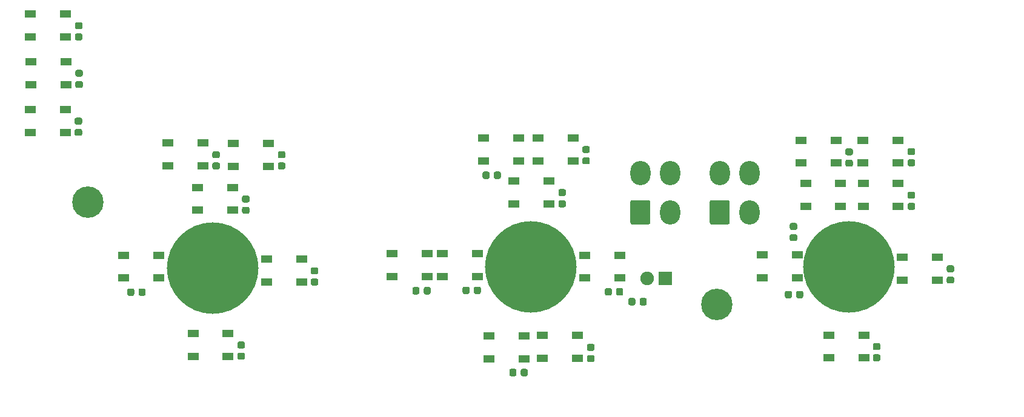
<source format=gbr>
G04 #@! TF.GenerationSoftware,KiCad,Pcbnew,(5.1.6)-1*
G04 #@! TF.CreationDate,2021-02-10T20:40:58+11:00*
G04 #@! TF.ProjectId,ELEC Panel Panel PCB V2,454c4543-2050-4616-9e65-6c2050616e65,rev?*
G04 #@! TF.SameCoordinates,Original*
G04 #@! TF.FileFunction,Soldermask,Top*
G04 #@! TF.FilePolarity,Negative*
%FSLAX46Y46*%
G04 Gerber Fmt 4.6, Leading zero omitted, Abs format (unit mm)*
G04 Created by KiCad (PCBNEW (5.1.6)-1) date 2021-02-10 20:40:58*
%MOMM*%
%LPD*%
G01*
G04 APERTURE LIST*
%ADD10C,4.400000*%
%ADD11C,12.800000*%
%ADD12O,2.800000X3.400000*%
%ADD13R,1.600000X1.100000*%
%ADD14C,1.900000*%
%ADD15R,1.900000X1.900000*%
G04 APERTURE END LIST*
D10*
G04 #@! TO.C,5*
X40411400Y-125780800D03*
G04 #@! TD*
G04 #@! TO.C,4*
X128295400Y-140068300D03*
G04 #@! TD*
D11*
G04 #@! TO.C,1*
X57810400Y-134979916D03*
X57810400Y-134979916D03*
G04 #@! TD*
G04 #@! TO.C,2*
X102260400Y-134797800D03*
X102260400Y-134797800D03*
G04 #@! TD*
G04 #@! TO.C,3*
X146710400Y-134797800D03*
X146710400Y-134797800D03*
G04 #@! TD*
G04 #@! TO.C,C25*
G36*
G01*
X139261250Y-129640000D02*
X138698750Y-129640000D01*
G75*
G02*
X138455000Y-129396250I0J243750D01*
G01*
X138455000Y-128908750D01*
G75*
G02*
X138698750Y-128665000I243750J0D01*
G01*
X139261250Y-128665000D01*
G75*
G02*
X139505000Y-128908750I0J-243750D01*
G01*
X139505000Y-129396250D01*
G75*
G02*
X139261250Y-129640000I-243750J0D01*
G01*
G37*
G36*
G01*
X139261250Y-131215000D02*
X138698750Y-131215000D01*
G75*
G02*
X138455000Y-130971250I0J243750D01*
G01*
X138455000Y-130483750D01*
G75*
G02*
X138698750Y-130240000I243750J0D01*
G01*
X139261250Y-130240000D01*
G75*
G02*
X139505000Y-130483750I0J-243750D01*
G01*
X139505000Y-130971250D01*
G75*
G02*
X139261250Y-131215000I-243750J0D01*
G01*
G37*
G04 #@! TD*
G04 #@! TO.C,C24*
G36*
G01*
X138757500Y-138418750D02*
X138757500Y-138981250D01*
G75*
G02*
X138513750Y-139225000I-243750J0D01*
G01*
X138026250Y-139225000D01*
G75*
G02*
X137782500Y-138981250I0J243750D01*
G01*
X137782500Y-138418750D01*
G75*
G02*
X138026250Y-138175000I243750J0D01*
G01*
X138513750Y-138175000D01*
G75*
G02*
X138757500Y-138418750I0J-243750D01*
G01*
G37*
G36*
G01*
X140332500Y-138418750D02*
X140332500Y-138981250D01*
G75*
G02*
X140088750Y-139225000I-243750J0D01*
G01*
X139601250Y-139225000D01*
G75*
G02*
X139357500Y-138981250I0J243750D01*
G01*
X139357500Y-138418750D01*
G75*
G02*
X139601250Y-138175000I243750J0D01*
G01*
X140088750Y-138175000D01*
G75*
G02*
X140332500Y-138418750I0J-243750D01*
G01*
G37*
G04 #@! TD*
G04 #@! TO.C,C23*
G36*
G01*
X150318750Y-147052000D02*
X150881250Y-147052000D01*
G75*
G02*
X151125000Y-147295750I0J-243750D01*
G01*
X151125000Y-147783250D01*
G75*
G02*
X150881250Y-148027000I-243750J0D01*
G01*
X150318750Y-148027000D01*
G75*
G02*
X150075000Y-147783250I0J243750D01*
G01*
X150075000Y-147295750D01*
G75*
G02*
X150318750Y-147052000I243750J0D01*
G01*
G37*
G36*
G01*
X150318750Y-145477000D02*
X150881250Y-145477000D01*
G75*
G02*
X151125000Y-145720750I0J-243750D01*
G01*
X151125000Y-146208250D01*
G75*
G02*
X150881250Y-146452000I-243750J0D01*
G01*
X150318750Y-146452000D01*
G75*
G02*
X150075000Y-146208250I0J243750D01*
G01*
X150075000Y-145720750D01*
G75*
G02*
X150318750Y-145477000I243750J0D01*
G01*
G37*
G04 #@! TD*
G04 #@! TO.C,C22*
G36*
G01*
X160628750Y-136170000D02*
X161191250Y-136170000D01*
G75*
G02*
X161435000Y-136413750I0J-243750D01*
G01*
X161435000Y-136901250D01*
G75*
G02*
X161191250Y-137145000I-243750J0D01*
G01*
X160628750Y-137145000D01*
G75*
G02*
X160385000Y-136901250I0J243750D01*
G01*
X160385000Y-136413750D01*
G75*
G02*
X160628750Y-136170000I243750J0D01*
G01*
G37*
G36*
G01*
X160628750Y-134595000D02*
X161191250Y-134595000D01*
G75*
G02*
X161435000Y-134838750I0J-243750D01*
G01*
X161435000Y-135326250D01*
G75*
G02*
X161191250Y-135570000I-243750J0D01*
G01*
X160628750Y-135570000D01*
G75*
G02*
X160385000Y-135326250I0J243750D01*
G01*
X160385000Y-134838750D01*
G75*
G02*
X160628750Y-134595000I243750J0D01*
G01*
G37*
G04 #@! TD*
G04 #@! TO.C,C21*
G36*
G01*
X155168750Y-125862000D02*
X155731250Y-125862000D01*
G75*
G02*
X155975000Y-126105750I0J-243750D01*
G01*
X155975000Y-126593250D01*
G75*
G02*
X155731250Y-126837000I-243750J0D01*
G01*
X155168750Y-126837000D01*
G75*
G02*
X154925000Y-126593250I0J243750D01*
G01*
X154925000Y-126105750D01*
G75*
G02*
X155168750Y-125862000I243750J0D01*
G01*
G37*
G36*
G01*
X155168750Y-124287000D02*
X155731250Y-124287000D01*
G75*
G02*
X155975000Y-124530750I0J-243750D01*
G01*
X155975000Y-125018250D01*
G75*
G02*
X155731250Y-125262000I-243750J0D01*
G01*
X155168750Y-125262000D01*
G75*
G02*
X154925000Y-125018250I0J243750D01*
G01*
X154925000Y-124530750D01*
G75*
G02*
X155168750Y-124287000I243750J0D01*
G01*
G37*
G04 #@! TD*
G04 #@! TO.C,C20*
G36*
G01*
X155168750Y-119762000D02*
X155731250Y-119762000D01*
G75*
G02*
X155975000Y-120005750I0J-243750D01*
G01*
X155975000Y-120493250D01*
G75*
G02*
X155731250Y-120737000I-243750J0D01*
G01*
X155168750Y-120737000D01*
G75*
G02*
X154925000Y-120493250I0J243750D01*
G01*
X154925000Y-120005750D01*
G75*
G02*
X155168750Y-119762000I243750J0D01*
G01*
G37*
G36*
G01*
X155168750Y-118187000D02*
X155731250Y-118187000D01*
G75*
G02*
X155975000Y-118430750I0J-243750D01*
G01*
X155975000Y-118918250D01*
G75*
G02*
X155731250Y-119162000I-243750J0D01*
G01*
X155168750Y-119162000D01*
G75*
G02*
X154925000Y-118918250I0J243750D01*
G01*
X154925000Y-118430750D01*
G75*
G02*
X155168750Y-118187000I243750J0D01*
G01*
G37*
G04 #@! TD*
G04 #@! TO.C,R1*
G36*
G01*
X116890000Y-139398750D02*
X116890000Y-139961250D01*
G75*
G02*
X116646250Y-140205000I-243750J0D01*
G01*
X116158750Y-140205000D01*
G75*
G02*
X115915000Y-139961250I0J243750D01*
G01*
X115915000Y-139398750D01*
G75*
G02*
X116158750Y-139155000I243750J0D01*
G01*
X116646250Y-139155000D01*
G75*
G02*
X116890000Y-139398750I0J-243750D01*
G01*
G37*
G36*
G01*
X118465000Y-139398750D02*
X118465000Y-139961250D01*
G75*
G02*
X118221250Y-140205000I-243750J0D01*
G01*
X117733750Y-140205000D01*
G75*
G02*
X117490000Y-139961250I0J243750D01*
G01*
X117490000Y-139398750D01*
G75*
G02*
X117733750Y-139155000I243750J0D01*
G01*
X118221250Y-139155000D01*
G75*
G02*
X118465000Y-139398750I0J-243750D01*
G01*
G37*
G04 #@! TD*
D12*
G04 #@! TO.C,J2*
X132870000Y-121680000D03*
X128670000Y-121680000D03*
X132870000Y-127180000D03*
G36*
G01*
X127270000Y-128620740D02*
X127270000Y-125739260D01*
G75*
G02*
X127529260Y-125480000I259260J0D01*
G01*
X129810740Y-125480000D01*
G75*
G02*
X130070000Y-125739260I0J-259260D01*
G01*
X130070000Y-128620740D01*
G75*
G02*
X129810740Y-128880000I-259260J0D01*
G01*
X127529260Y-128880000D01*
G75*
G02*
X127270000Y-128620740I0J259260D01*
G01*
G37*
G04 #@! TD*
G04 #@! TO.C,J1*
X121780000Y-121680000D03*
X117580000Y-121680000D03*
X121780000Y-127180000D03*
G36*
G01*
X116180000Y-128620740D02*
X116180000Y-125739260D01*
G75*
G02*
X116439260Y-125480000I259260J0D01*
G01*
X118720740Y-125480000D01*
G75*
G02*
X118980000Y-125739260I0J-259260D01*
G01*
X118980000Y-128620740D01*
G75*
G02*
X118720740Y-128880000I-259260J0D01*
G01*
X116439260Y-128880000D01*
G75*
G02*
X116180000Y-128620740I0J259260D01*
G01*
G37*
G04 #@! TD*
G04 #@! TO.C,C19*
G36*
G01*
X146468750Y-119812000D02*
X147031250Y-119812000D01*
G75*
G02*
X147275000Y-120055750I0J-243750D01*
G01*
X147275000Y-120543250D01*
G75*
G02*
X147031250Y-120787000I-243750J0D01*
G01*
X146468750Y-120787000D01*
G75*
G02*
X146225000Y-120543250I0J243750D01*
G01*
X146225000Y-120055750D01*
G75*
G02*
X146468750Y-119812000I243750J0D01*
G01*
G37*
G36*
G01*
X146468750Y-118237000D02*
X147031250Y-118237000D01*
G75*
G02*
X147275000Y-118480750I0J-243750D01*
G01*
X147275000Y-118968250D01*
G75*
G02*
X147031250Y-119212000I-243750J0D01*
G01*
X146468750Y-119212000D01*
G75*
G02*
X146225000Y-118968250I0J243750D01*
G01*
X146225000Y-118480750D01*
G75*
G02*
X146468750Y-118237000I243750J0D01*
G01*
G37*
G04 #@! TD*
G04 #@! TO.C,C18*
G36*
G01*
X94312500Y-138381250D02*
X94312500Y-137818750D01*
G75*
G02*
X94556250Y-137575000I243750J0D01*
G01*
X95043750Y-137575000D01*
G75*
G02*
X95287500Y-137818750I0J-243750D01*
G01*
X95287500Y-138381250D01*
G75*
G02*
X95043750Y-138625000I-243750J0D01*
G01*
X94556250Y-138625000D01*
G75*
G02*
X94312500Y-138381250I0J243750D01*
G01*
G37*
G36*
G01*
X92737500Y-138381250D02*
X92737500Y-137818750D01*
G75*
G02*
X92981250Y-137575000I243750J0D01*
G01*
X93468750Y-137575000D01*
G75*
G02*
X93712500Y-137818750I0J-243750D01*
G01*
X93712500Y-138381250D01*
G75*
G02*
X93468750Y-138625000I-243750J0D01*
G01*
X92981250Y-138625000D01*
G75*
G02*
X92737500Y-138381250I0J243750D01*
G01*
G37*
G04 #@! TD*
G04 #@! TO.C,C17*
G36*
G01*
X87312500Y-138431250D02*
X87312500Y-137868750D01*
G75*
G02*
X87556250Y-137625000I243750J0D01*
G01*
X88043750Y-137625000D01*
G75*
G02*
X88287500Y-137868750I0J-243750D01*
G01*
X88287500Y-138431250D01*
G75*
G02*
X88043750Y-138675000I-243750J0D01*
G01*
X87556250Y-138675000D01*
G75*
G02*
X87312500Y-138431250I0J243750D01*
G01*
G37*
G36*
G01*
X85737500Y-138431250D02*
X85737500Y-137868750D01*
G75*
G02*
X85981250Y-137625000I243750J0D01*
G01*
X86468750Y-137625000D01*
G75*
G02*
X86712500Y-137868750I0J-243750D01*
G01*
X86712500Y-138431250D01*
G75*
G02*
X86468750Y-138675000I-243750J0D01*
G01*
X85981250Y-138675000D01*
G75*
G02*
X85737500Y-138431250I0J243750D01*
G01*
G37*
G04 #@! TD*
G04 #@! TO.C,C16*
G36*
G01*
X100862000Y-149881250D02*
X100862000Y-149318750D01*
G75*
G02*
X101105750Y-149075000I243750J0D01*
G01*
X101593250Y-149075000D01*
G75*
G02*
X101837000Y-149318750I0J-243750D01*
G01*
X101837000Y-149881250D01*
G75*
G02*
X101593250Y-150125000I-243750J0D01*
G01*
X101105750Y-150125000D01*
G75*
G02*
X100862000Y-149881250I0J243750D01*
G01*
G37*
G36*
G01*
X99287000Y-149881250D02*
X99287000Y-149318750D01*
G75*
G02*
X99530750Y-149075000I243750J0D01*
G01*
X100018250Y-149075000D01*
G75*
G02*
X100262000Y-149318750I0J-243750D01*
G01*
X100262000Y-149881250D01*
G75*
G02*
X100018250Y-150125000I-243750J0D01*
G01*
X99530750Y-150125000D01*
G75*
G02*
X99287000Y-149881250I0J243750D01*
G01*
G37*
G04 #@! TD*
G04 #@! TO.C,C15*
G36*
G01*
X110368750Y-147162000D02*
X110931250Y-147162000D01*
G75*
G02*
X111175000Y-147405750I0J-243750D01*
G01*
X111175000Y-147893250D01*
G75*
G02*
X110931250Y-148137000I-243750J0D01*
G01*
X110368750Y-148137000D01*
G75*
G02*
X110125000Y-147893250I0J243750D01*
G01*
X110125000Y-147405750D01*
G75*
G02*
X110368750Y-147162000I243750J0D01*
G01*
G37*
G36*
G01*
X110368750Y-145587000D02*
X110931250Y-145587000D01*
G75*
G02*
X111175000Y-145830750I0J-243750D01*
G01*
X111175000Y-146318250D01*
G75*
G02*
X110931250Y-146562000I-243750J0D01*
G01*
X110368750Y-146562000D01*
G75*
G02*
X110125000Y-146318250I0J243750D01*
G01*
X110125000Y-145830750D01*
G75*
G02*
X110368750Y-145587000I243750J0D01*
G01*
G37*
G04 #@! TD*
G04 #@! TO.C,C14*
G36*
G01*
X114200000Y-138581250D02*
X114200000Y-138018750D01*
G75*
G02*
X114443750Y-137775000I243750J0D01*
G01*
X114931250Y-137775000D01*
G75*
G02*
X115175000Y-138018750I0J-243750D01*
G01*
X115175000Y-138581250D01*
G75*
G02*
X114931250Y-138825000I-243750J0D01*
G01*
X114443750Y-138825000D01*
G75*
G02*
X114200000Y-138581250I0J243750D01*
G01*
G37*
G36*
G01*
X112625000Y-138581250D02*
X112625000Y-138018750D01*
G75*
G02*
X112868750Y-137775000I243750J0D01*
G01*
X113356250Y-137775000D01*
G75*
G02*
X113600000Y-138018750I0J-243750D01*
G01*
X113600000Y-138581250D01*
G75*
G02*
X113356250Y-138825000I-243750J0D01*
G01*
X112868750Y-138825000D01*
G75*
G02*
X112625000Y-138581250I0J243750D01*
G01*
G37*
G04 #@! TD*
G04 #@! TO.C,C13*
G36*
G01*
X106368750Y-125512000D02*
X106931250Y-125512000D01*
G75*
G02*
X107175000Y-125755750I0J-243750D01*
G01*
X107175000Y-126243250D01*
G75*
G02*
X106931250Y-126487000I-243750J0D01*
G01*
X106368750Y-126487000D01*
G75*
G02*
X106125000Y-126243250I0J243750D01*
G01*
X106125000Y-125755750D01*
G75*
G02*
X106368750Y-125512000I243750J0D01*
G01*
G37*
G36*
G01*
X106368750Y-123937000D02*
X106931250Y-123937000D01*
G75*
G02*
X107175000Y-124180750I0J-243750D01*
G01*
X107175000Y-124668250D01*
G75*
G02*
X106931250Y-124912000I-243750J0D01*
G01*
X106368750Y-124912000D01*
G75*
G02*
X106125000Y-124668250I0J243750D01*
G01*
X106125000Y-124180750D01*
G75*
G02*
X106368750Y-123937000I243750J0D01*
G01*
G37*
G04 #@! TD*
G04 #@! TO.C,C12*
G36*
G01*
X109718750Y-119488000D02*
X110281250Y-119488000D01*
G75*
G02*
X110525000Y-119731750I0J-243750D01*
G01*
X110525000Y-120219250D01*
G75*
G02*
X110281250Y-120463000I-243750J0D01*
G01*
X109718750Y-120463000D01*
G75*
G02*
X109475000Y-120219250I0J243750D01*
G01*
X109475000Y-119731750D01*
G75*
G02*
X109718750Y-119488000I243750J0D01*
G01*
G37*
G36*
G01*
X109718750Y-117913000D02*
X110281250Y-117913000D01*
G75*
G02*
X110525000Y-118156750I0J-243750D01*
G01*
X110525000Y-118644250D01*
G75*
G02*
X110281250Y-118888000I-243750J0D01*
G01*
X109718750Y-118888000D01*
G75*
G02*
X109475000Y-118644250I0J243750D01*
G01*
X109475000Y-118156750D01*
G75*
G02*
X109718750Y-117913000I243750J0D01*
G01*
G37*
G04 #@! TD*
G04 #@! TO.C,C11*
G36*
G01*
X97112500Y-122281250D02*
X97112500Y-121718750D01*
G75*
G02*
X97356250Y-121475000I243750J0D01*
G01*
X97843750Y-121475000D01*
G75*
G02*
X98087500Y-121718750I0J-243750D01*
G01*
X98087500Y-122281250D01*
G75*
G02*
X97843750Y-122525000I-243750J0D01*
G01*
X97356250Y-122525000D01*
G75*
G02*
X97112500Y-122281250I0J243750D01*
G01*
G37*
G36*
G01*
X95537500Y-122281250D02*
X95537500Y-121718750D01*
G75*
G02*
X95781250Y-121475000I243750J0D01*
G01*
X96268750Y-121475000D01*
G75*
G02*
X96512500Y-121718750I0J-243750D01*
G01*
X96512500Y-122281250D01*
G75*
G02*
X96268750Y-122525000I-243750J0D01*
G01*
X95781250Y-122525000D01*
G75*
G02*
X95537500Y-122281250I0J243750D01*
G01*
G37*
G04 #@! TD*
G04 #@! TO.C,C10*
G36*
G01*
X47462500Y-138631250D02*
X47462500Y-138068750D01*
G75*
G02*
X47706250Y-137825000I243750J0D01*
G01*
X48193750Y-137825000D01*
G75*
G02*
X48437500Y-138068750I0J-243750D01*
G01*
X48437500Y-138631250D01*
G75*
G02*
X48193750Y-138875000I-243750J0D01*
G01*
X47706250Y-138875000D01*
G75*
G02*
X47462500Y-138631250I0J243750D01*
G01*
G37*
G36*
G01*
X45887500Y-138631250D02*
X45887500Y-138068750D01*
G75*
G02*
X46131250Y-137825000I243750J0D01*
G01*
X46618750Y-137825000D01*
G75*
G02*
X46862500Y-138068750I0J-243750D01*
G01*
X46862500Y-138631250D01*
G75*
G02*
X46618750Y-138875000I-243750J0D01*
G01*
X46131250Y-138875000D01*
G75*
G02*
X45887500Y-138631250I0J243750D01*
G01*
G37*
G04 #@! TD*
G04 #@! TO.C,C9*
G36*
G01*
X61518750Y-146838000D02*
X62081250Y-146838000D01*
G75*
G02*
X62325000Y-147081750I0J-243750D01*
G01*
X62325000Y-147569250D01*
G75*
G02*
X62081250Y-147813000I-243750J0D01*
G01*
X61518750Y-147813000D01*
G75*
G02*
X61275000Y-147569250I0J243750D01*
G01*
X61275000Y-147081750D01*
G75*
G02*
X61518750Y-146838000I243750J0D01*
G01*
G37*
G36*
G01*
X61518750Y-145263000D02*
X62081250Y-145263000D01*
G75*
G02*
X62325000Y-145506750I0J-243750D01*
G01*
X62325000Y-145994250D01*
G75*
G02*
X62081250Y-146238000I-243750J0D01*
G01*
X61518750Y-146238000D01*
G75*
G02*
X61275000Y-145994250I0J243750D01*
G01*
X61275000Y-145506750D01*
G75*
G02*
X61518750Y-145263000I243750J0D01*
G01*
G37*
G04 #@! TD*
G04 #@! TO.C,C8*
G36*
G01*
X71768750Y-136438000D02*
X72331250Y-136438000D01*
G75*
G02*
X72575000Y-136681750I0J-243750D01*
G01*
X72575000Y-137169250D01*
G75*
G02*
X72331250Y-137413000I-243750J0D01*
G01*
X71768750Y-137413000D01*
G75*
G02*
X71525000Y-137169250I0J243750D01*
G01*
X71525000Y-136681750D01*
G75*
G02*
X71768750Y-136438000I243750J0D01*
G01*
G37*
G36*
G01*
X71768750Y-134863000D02*
X72331250Y-134863000D01*
G75*
G02*
X72575000Y-135106750I0J-243750D01*
G01*
X72575000Y-135594250D01*
G75*
G02*
X72331250Y-135838000I-243750J0D01*
G01*
X71768750Y-135838000D01*
G75*
G02*
X71525000Y-135594250I0J243750D01*
G01*
X71525000Y-135106750D01*
G75*
G02*
X71768750Y-134863000I243750J0D01*
G01*
G37*
G04 #@! TD*
G04 #@! TO.C,C7*
G36*
G01*
X62168750Y-126412000D02*
X62731250Y-126412000D01*
G75*
G02*
X62975000Y-126655750I0J-243750D01*
G01*
X62975000Y-127143250D01*
G75*
G02*
X62731250Y-127387000I-243750J0D01*
G01*
X62168750Y-127387000D01*
G75*
G02*
X61925000Y-127143250I0J243750D01*
G01*
X61925000Y-126655750D01*
G75*
G02*
X62168750Y-126412000I243750J0D01*
G01*
G37*
G36*
G01*
X62168750Y-124837000D02*
X62731250Y-124837000D01*
G75*
G02*
X62975000Y-125080750I0J-243750D01*
G01*
X62975000Y-125568250D01*
G75*
G02*
X62731250Y-125812000I-243750J0D01*
G01*
X62168750Y-125812000D01*
G75*
G02*
X61925000Y-125568250I0J243750D01*
G01*
X61925000Y-125080750D01*
G75*
G02*
X62168750Y-124837000I243750J0D01*
G01*
G37*
G04 #@! TD*
G04 #@! TO.C,C6*
G36*
G01*
X67168750Y-120212000D02*
X67731250Y-120212000D01*
G75*
G02*
X67975000Y-120455750I0J-243750D01*
G01*
X67975000Y-120943250D01*
G75*
G02*
X67731250Y-121187000I-243750J0D01*
G01*
X67168750Y-121187000D01*
G75*
G02*
X66925000Y-120943250I0J243750D01*
G01*
X66925000Y-120455750D01*
G75*
G02*
X67168750Y-120212000I243750J0D01*
G01*
G37*
G36*
G01*
X67168750Y-118637000D02*
X67731250Y-118637000D01*
G75*
G02*
X67975000Y-118880750I0J-243750D01*
G01*
X67975000Y-119368250D01*
G75*
G02*
X67731250Y-119612000I-243750J0D01*
G01*
X67168750Y-119612000D01*
G75*
G02*
X66925000Y-119368250I0J243750D01*
G01*
X66925000Y-118880750D01*
G75*
G02*
X67168750Y-118637000I243750J0D01*
G01*
G37*
G04 #@! TD*
G04 #@! TO.C,C5*
G36*
G01*
X58018750Y-120212000D02*
X58581250Y-120212000D01*
G75*
G02*
X58825000Y-120455750I0J-243750D01*
G01*
X58825000Y-120943250D01*
G75*
G02*
X58581250Y-121187000I-243750J0D01*
G01*
X58018750Y-121187000D01*
G75*
G02*
X57775000Y-120943250I0J243750D01*
G01*
X57775000Y-120455750D01*
G75*
G02*
X58018750Y-120212000I243750J0D01*
G01*
G37*
G36*
G01*
X58018750Y-118637000D02*
X58581250Y-118637000D01*
G75*
G02*
X58825000Y-118880750I0J-243750D01*
G01*
X58825000Y-119368250D01*
G75*
G02*
X58581250Y-119612000I-243750J0D01*
G01*
X58018750Y-119612000D01*
G75*
G02*
X57775000Y-119368250I0J243750D01*
G01*
X57775000Y-118880750D01*
G75*
G02*
X58018750Y-118637000I243750J0D01*
G01*
G37*
G04 #@! TD*
G04 #@! TO.C,C4*
G36*
G01*
X38768750Y-115512000D02*
X39331250Y-115512000D01*
G75*
G02*
X39575000Y-115755750I0J-243750D01*
G01*
X39575000Y-116243250D01*
G75*
G02*
X39331250Y-116487000I-243750J0D01*
G01*
X38768750Y-116487000D01*
G75*
G02*
X38525000Y-116243250I0J243750D01*
G01*
X38525000Y-115755750D01*
G75*
G02*
X38768750Y-115512000I243750J0D01*
G01*
G37*
G36*
G01*
X38768750Y-113937000D02*
X39331250Y-113937000D01*
G75*
G02*
X39575000Y-114180750I0J-243750D01*
G01*
X39575000Y-114668250D01*
G75*
G02*
X39331250Y-114912000I-243750J0D01*
G01*
X38768750Y-114912000D01*
G75*
G02*
X38525000Y-114668250I0J243750D01*
G01*
X38525000Y-114180750D01*
G75*
G02*
X38768750Y-113937000I243750J0D01*
G01*
G37*
G04 #@! TD*
G04 #@! TO.C,C3*
G36*
G01*
X38868750Y-108812000D02*
X39431250Y-108812000D01*
G75*
G02*
X39675000Y-109055750I0J-243750D01*
G01*
X39675000Y-109543250D01*
G75*
G02*
X39431250Y-109787000I-243750J0D01*
G01*
X38868750Y-109787000D01*
G75*
G02*
X38625000Y-109543250I0J243750D01*
G01*
X38625000Y-109055750D01*
G75*
G02*
X38868750Y-108812000I243750J0D01*
G01*
G37*
G36*
G01*
X38868750Y-107237000D02*
X39431250Y-107237000D01*
G75*
G02*
X39675000Y-107480750I0J-243750D01*
G01*
X39675000Y-107968250D01*
G75*
G02*
X39431250Y-108212000I-243750J0D01*
G01*
X38868750Y-108212000D01*
G75*
G02*
X38625000Y-107968250I0J243750D01*
G01*
X38625000Y-107480750D01*
G75*
G02*
X38868750Y-107237000I243750J0D01*
G01*
G37*
G04 #@! TD*
G04 #@! TO.C,C2*
G36*
G01*
X38818750Y-102162000D02*
X39381250Y-102162000D01*
G75*
G02*
X39625000Y-102405750I0J-243750D01*
G01*
X39625000Y-102893250D01*
G75*
G02*
X39381250Y-103137000I-243750J0D01*
G01*
X38818750Y-103137000D01*
G75*
G02*
X38575000Y-102893250I0J243750D01*
G01*
X38575000Y-102405750D01*
G75*
G02*
X38818750Y-102162000I243750J0D01*
G01*
G37*
G36*
G01*
X38818750Y-100587000D02*
X39381250Y-100587000D01*
G75*
G02*
X39625000Y-100830750I0J-243750D01*
G01*
X39625000Y-101318250D01*
G75*
G02*
X39381250Y-101562000I-243750J0D01*
G01*
X38818750Y-101562000D01*
G75*
G02*
X38575000Y-101318250I0J243750D01*
G01*
X38575000Y-100830750D01*
G75*
G02*
X38818750Y-100587000I243750J0D01*
G01*
G37*
G04 #@! TD*
D13*
G04 #@! TO.C,D25*
X140667000Y-123165000D03*
X140667000Y-126365000D03*
X145567000Y-123165000D03*
X145567000Y-126365000D03*
G04 #@! TD*
G04 #@! TO.C,D24*
X134622000Y-133147000D03*
X134622000Y-136347000D03*
X139522000Y-133147000D03*
X139522000Y-136347000D03*
G04 #@! TD*
G04 #@! TO.C,D23*
X143905000Y-144348000D03*
X143905000Y-147548000D03*
X148805000Y-144348000D03*
X148805000Y-147548000D03*
G04 #@! TD*
G04 #@! TO.C,D22*
X154180000Y-133452000D03*
X154180000Y-136652000D03*
X159080000Y-133452000D03*
X159080000Y-136652000D03*
G04 #@! TD*
G04 #@! TO.C,D21*
X148717000Y-123139000D03*
X148717000Y-126339000D03*
X153617000Y-123139000D03*
X153617000Y-126339000D03*
G04 #@! TD*
G04 #@! TO.C,D20*
X148705000Y-117094000D03*
X148705000Y-120294000D03*
X153605000Y-117094000D03*
X153605000Y-120294000D03*
G04 #@! TD*
G04 #@! TO.C,D19*
X140005000Y-117094000D03*
X140005000Y-120294000D03*
X144905000Y-117094000D03*
X144905000Y-120294000D03*
G04 #@! TD*
G04 #@! TO.C,D18*
X89918200Y-132969000D03*
X89918200Y-136169000D03*
X94818200Y-132969000D03*
X94818200Y-136169000D03*
G04 #@! TD*
G04 #@! TO.C,D17*
X82880200Y-132994000D03*
X82880200Y-136194000D03*
X87780200Y-132994000D03*
X87780200Y-136194000D03*
G04 #@! TD*
G04 #@! TO.C,D16*
X96443800Y-144450000D03*
X96443800Y-147650000D03*
X101343800Y-144450000D03*
X101343800Y-147650000D03*
G04 #@! TD*
G04 #@! TO.C,D15*
X103914000Y-144424000D03*
X103914000Y-147624000D03*
X108814000Y-144424000D03*
X108814000Y-147624000D03*
G04 #@! TD*
G04 #@! TO.C,D14*
X109793000Y-133172000D03*
X109793000Y-136372000D03*
X114693000Y-133172000D03*
X114693000Y-136372000D03*
G04 #@! TD*
G04 #@! TO.C,D13*
X99926000Y-122809000D03*
X99926000Y-126009000D03*
X104826000Y-122809000D03*
X104826000Y-126009000D03*
G04 #@! TD*
G04 #@! TO.C,D12*
X103304000Y-116789000D03*
X103304000Y-119989000D03*
X108204000Y-116789000D03*
X108204000Y-119989000D03*
G04 #@! TD*
G04 #@! TO.C,D11*
X95644800Y-116789000D03*
X95644800Y-119989000D03*
X100544800Y-116789000D03*
X100544800Y-119989000D03*
G04 #@! TD*
G04 #@! TO.C,D10*
X45392000Y-133172000D03*
X45392000Y-136372000D03*
X50292000Y-133172000D03*
X50292000Y-136372000D03*
G04 #@! TD*
G04 #@! TO.C,D9*
X55069400Y-144120000D03*
X55069400Y-147320000D03*
X59969400Y-144120000D03*
X59969400Y-147320000D03*
G04 #@! TD*
G04 #@! TO.C,D8*
X65331000Y-133731000D03*
X65331000Y-136931000D03*
X70231000Y-133731000D03*
X70231000Y-136931000D03*
G04 #@! TD*
G04 #@! TO.C,D7*
X55716000Y-123698000D03*
X55716000Y-126898000D03*
X60616000Y-123698000D03*
X60616000Y-126898000D03*
G04 #@! TD*
G04 #@! TO.C,D6*
X60680600Y-117551000D03*
X60680600Y-120751000D03*
X65580600Y-117551000D03*
X65580600Y-120751000D03*
G04 #@! TD*
G04 #@! TO.C,D5*
X51550400Y-117501000D03*
X51550400Y-120701000D03*
X56450400Y-117501000D03*
X56450400Y-120701000D03*
G04 #@! TD*
G04 #@! TO.C,D4*
X32311000Y-112802000D03*
X32311000Y-116002000D03*
X37211000Y-112802000D03*
X37211000Y-116002000D03*
G04 #@! TD*
G04 #@! TO.C,D3*
X32398800Y-106096000D03*
X32398800Y-109296000D03*
X37298800Y-106096000D03*
X37298800Y-109296000D03*
G04 #@! TD*
G04 #@! TO.C,D2*
X32373400Y-99467000D03*
X32373400Y-102667000D03*
X37273400Y-99467000D03*
X37273400Y-102667000D03*
G04 #@! TD*
D14*
G04 #@! TO.C,D1*
X118510000Y-136460000D03*
D15*
X121050000Y-136460000D03*
G04 #@! TD*
M02*

</source>
